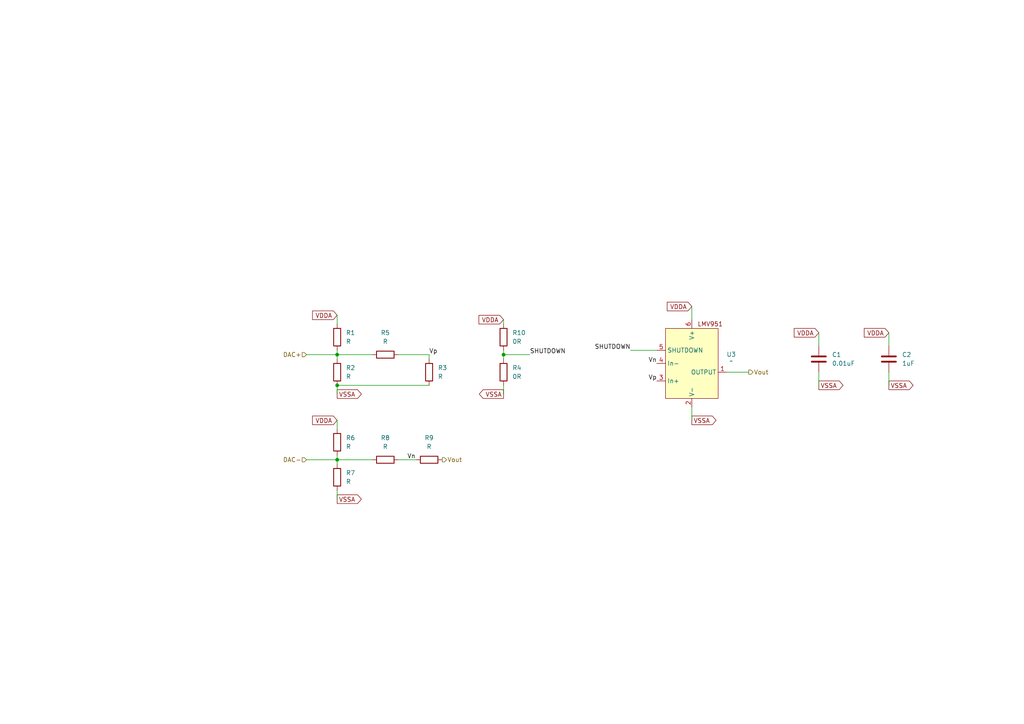
<source format=kicad_sch>
(kicad_sch (version 20250114) (generator "eeschema") (generator_version "9.0")
  (paper "A4")
  (lib_symbols
    (symbol "Device:C" (pin_numbers (hide yes)) (pin_names (offset 0.254))
      (property "Reference" "C" (at 0.635 2.54 0))
      (property "Value" "C" (at 0.635 -2.54 0))
      (symbol "C_0_1"
        (polyline (pts (xy -2.032 0.762) (xy 2.032 0.762)) (stroke (width 0.508)))
        (polyline (pts (xy -2.032 -0.762) (xy 2.032 -0.762)) (stroke (width 0.508)))
      )
      (symbol "C_1_1"
        (pin passive line (at 0 3.81 270) (length 2.794) (name "~") (number "1"))
        (pin passive line (at 0 -3.81 90) (length 2.794) (name "~") (number "2"))
      )
    )
    (symbol "Device:R" (pin_numbers (hide yes)) (pin_names (offset 0))
      (property "Reference" "R" (at 2.032 0 90))
      (property "Value" "R" (at 0 0 90))
      (symbol "R_0_1"
        (rectangle (start -1.016 -2.54) (end 1.016 2.54) (stroke (width 0.254)))
      )
      (symbol "R_1_1"
        (pin passive line (at 0 3.81 270) (length 1.27) (name "~") (number "1"))
        (pin passive line (at 0 -3.81 90) (length 1.27) (name "~") (number "2"))
      )
    )
    (symbol "dac:LMV951"
      (property "Reference" "U" (at -5.334 13.97 0))
      (symbol "LMV951_1_1"
        (rectangle (start -6.35 12.7) (end 8.89 -7.62) (fill (type background)))
        (text "LMV951" (at 6.604 13.97 0) (effects (font (size 1.27 1.27))))
        (pin input line (at -8.89 6.35 0) (length 2.54) (name "SHUTDOWN") (number "5"))
        (pin input line (at -8.89 2.54 0) (length 2.54) (name "In-") (number "4"))
        (pin input line (at -8.89 -2.54 0) (length 2.54) (name "In+") (number "3"))
        (pin power_in line (at 1.27 15.24 270) (length 2.54) (name "V+") (number "6"))
        (pin power_out line (at 1.27 -10.16 90) (length 2.54) (name "V-") (number "2"))
        (pin output line (at 11.43 0 180) (length 2.54) (name "OUTPUT") (number "1"))
      )
    )
  )
  (junction (at 97.79 111.76))
  (junction (at 97.79 133.35))
  (junction (at 97.79 102.87))
  (junction (at 146.05 102.87))
  (wire (pts (xy 115.57 102.87) (xy 124.46 102.87)))
  (wire (pts (xy 88.9 133.35) (xy 97.79 133.35)))
  (wire (pts (xy 146.05 102.87) (xy 146.05 104.14)))
  (wire (pts (xy 190.5 101.6) (xy 182.88 101.6)))
  (wire (pts (xy 146.05 102.87) (xy 153.67 102.87)))
  (wire (pts (xy 200.66 118.11) (xy 200.66 121.92)))
  (wire (pts (xy 97.79 102.87) (xy 107.95 102.87)))
  (wire (pts (xy 115.57 133.35) (xy 120.65 133.35)))
  (wire (pts (xy 257.81 96.52) (xy 257.81 100.33)))
  (wire (pts (xy 97.79 121.92) (xy 97.79 124.46)))
  (wire (pts (xy 88.9 102.87) (xy 97.79 102.87)))
  (wire (pts (xy 146.05 92.71) (xy 146.05 93.98)))
  (wire (pts (xy 97.79 101.6) (xy 97.79 102.87)))
  (wire (pts (xy 257.81 107.95) (xy 257.81 111.76)))
  (wire (pts (xy 97.79 133.35) (xy 97.79 134.62)))
  (wire (pts (xy 237.49 107.95) (xy 237.49 111.76)))
  (wire (pts (xy 97.79 133.35) (xy 107.95 133.35)))
  (wire (pts (xy 200.66 88.9) (xy 200.66 92.71)))
  (wire (pts (xy 124.46 111.76) (xy 97.79 111.76)))
  (wire (pts (xy 97.79 111.76) (xy 97.79 114.3)))
  (wire (pts (xy 146.05 111.76) (xy 146.05 114.3)))
  (wire (pts (xy 124.46 102.87) (xy 124.46 104.14)))
  (wire (pts (xy 210.82 107.95) (xy 217.17 107.95)))
  (wire (pts (xy 97.79 142.24) (xy 97.79 144.78)))
  (wire (pts (xy 97.79 102.87) (xy 97.79 104.14)))
  (wire (pts (xy 146.05 101.6) (xy 146.05 102.87)))
  (wire (pts (xy 97.79 132.08) (xy 97.79 133.35)))
  (wire (pts (xy 237.49 96.52) (xy 237.49 100.33)))
  (wire (pts (xy 97.79 91.44) (xy 97.79 93.98)))
  (label "Vn" (at 190.5 105.41 180))
  (label "Vp" (at 124.46 102.87 0))
  (label "SHUTDOWN" (at 153.67 102.87 0))
  (label "Vn" (at 118.11 133.35 0))
  (label "SHUTDOWN" (at 182.88 101.6 180))
  (label "Vp" (at 190.5 110.49 180))
  (global_label "VSSA" (shape output) (at 146.05 114.3 180) (property "Intersheetrefs" "${INTERSHEET_REFS}" (effects (hide yes))))
  (global_label "VSSA" (shape output) (at 237.49 111.76 0) (property "Intersheetrefs" "${INTERSHEET_REFS}" (effects (hide yes))))
  (global_label "VSSA" (shape output) (at 200.66 121.92 0) (property "Intersheetrefs" "${INTERSHEET_REFS}" (effects (hide yes))))
  (global_label "VSSA" (shape output) (at 257.81 111.76 0) (property "Intersheetrefs" "${INTERSHEET_REFS}" (effects (hide yes))))
  (global_label "VDDA" (shape input) (at 200.66 88.9 180) (property "Intersheetrefs" "${INTERSHEET_REFS}" (effects (hide yes))))
  (global_label "VSSA" (shape output) (at 97.79 114.3 0) (property "Intersheetrefs" "${INTERSHEET_REFS}" (effects (hide yes))))
  (global_label "VSSA" (shape output) (at 97.79 144.78 0) (property "Intersheetrefs" "${INTERSHEET_REFS}" (effects (hide yes))))
  (global_label "VDDA" (shape input) (at 97.79 121.92 180) (property "Intersheetrefs" "${INTERSHEET_REFS}" (effects (hide yes))))
  (global_label "VDDA" (shape input) (at 237.49 96.52 180) (property "Intersheetrefs" "${INTERSHEET_REFS}" (effects (hide yes))))
  (global_label "VDDA" (shape input) (at 146.05 92.71 180) (property "Intersheetrefs" "${INTERSHEET_REFS}" (effects (hide yes))))
  (global_label "VDDA" (shape input) (at 257.81 96.52 180) (property "Intersheetrefs" "${INTERSHEET_REFS}" (effects (hide yes))))
  (global_label "VDDA" (shape input) (at 97.79 91.44 180) (property "Intersheetrefs" "${INTERSHEET_REFS}" (effects (hide yes))))
  (hierarchical_label "Vout" (shape output) (at 128.27 133.35 0))
  (hierarchical_label "DAC+" (shape input) (at 88.9 102.87 180))
  (hierarchical_label "Vout" (shape output) (at 217.17 107.95 0))
  (hierarchical_label "DAC-" (shape input) (at 88.9 133.35 180))
  (symbol (lib_id "Device:R") (at 97.79 138.43 0) (unit 1)
    (property "Reference" "R7" (at 100.33 137.1599 0) (effects (justify left)))
    (property "Value" "R" (at 100.33 139.6999 0) (effects (justify left)))
    (property "Footprint" "Resistor_SMD:R_0201_0603Metric" (effects (hide yes)))
    (property "Description" "Resistor" (effects (hide yes)))
  )
  (symbol (lib_id "Device:R") (at 111.76 102.87 90) (unit 1)
    (property "Reference" "R5" (at 111.76 96.52 90))
    (property "Value" "R" (at 111.76 99.06 90))
    (property "Footprint" "Resistor_SMD:R_0201_0603Metric" (effects (hide yes)))
    (property "Description" "Resistor" (effects (hide yes)))
  )
  (symbol (lib_id "dac:LMV951") (at 199.39 107.95 0) (unit 1)
    (property "Reference" "U3" (at 212.09 102.7998 0))
    (property "Value" "~" (at 212.09 104.7049 0))
    (property "Footprint" "Package_TO_SOT_SMD:TSOT-23-6" (effects (hide yes)))
  )
  (symbol (lib_id "Device:R") (at 124.46 133.35 90) (unit 1)
    (property "Reference" "R9" (at 124.46 127 90))
    (property "Value" "R" (at 124.46 129.54 90))
    (property "Footprint" "Resistor_SMD:R_0201_0603Metric" (effects (hide yes)))
    (property "Description" "Resistor" (effects (hide yes)))
  )
  (symbol (lib_id "Device:R") (at 97.79 107.95 0) (unit 1)
    (property "Reference" "R2" (at 100.33 106.6799 0) (effects (justify left)))
    (property "Value" "R" (at 100.33 109.2199 0) (effects (justify left)))
    (property "Footprint" "Resistor_SMD:R_0201_0603Metric" (effects (hide yes)))
    (property "Description" "Resistor" (effects (hide yes)))
  )
  (symbol (lib_id "Device:R") (at 97.79 97.79 0) (unit 1)
    (property "Reference" "R1" (at 100.33 96.5199 0) (effects (justify left)))
    (property "Value" "R" (at 100.33 99.0599 0) (effects (justify left)))
    (property "Footprint" "Resistor_SMD:R_0201_0603Metric" (effects (hide yes)))
    (property "Description" "Resistor" (effects (hide yes)))
  )
  (symbol (lib_id "Device:C") (at 257.81 104.14 0) (unit 1)
    (property "Reference" "C2" (at 261.62 102.8699 0) (effects (justify left)))
    (property "Value" "1uF" (at 261.62 105.4099 0) (effects (justify left)))
    (property "Description" "Unpolarized capacitor" (effects (hide yes)))
  )
  (symbol (lib_id "Device:R") (at 146.05 97.79 0) (unit 1)
    (property "Reference" "R10" (at 148.59 96.5199 0) (effects (justify left)))
    (property "Value" "0R" (at 148.59 99.0599 0) (effects (justify left)))
    (property "Footprint" "Resistor_SMD:R_0201_0603Metric" (effects (hide yes)))
    (property "Description" "Resistor" (effects (hide yes)))
  )
  (symbol (lib_id "Device:R") (at 124.46 107.95 0) (unit 1)
    (property "Reference" "R3" (at 127 106.6799 0) (effects (justify left)))
    (property "Value" "R" (at 127 109.2199 0) (effects (justify left)))
    (property "Footprint" "Resistor_SMD:R_0201_0603Metric" (effects (hide yes)))
    (property "Description" "Resistor" (effects (hide yes)))
  )
  (symbol (lib_id "Device:C") (at 237.49 104.14 0) (unit 1)
    (property "Reference" "C1" (at 241.3 102.8699 0) (effects (justify left)))
    (property "Value" "0.01uF" (at 241.3 105.4099 0) (effects (justify left)))
    (property "Description" "Unpolarized capacitor" (effects (hide yes)))
  )
  (symbol (lib_id "Device:R") (at 97.79 128.27 0) (unit 1)
    (property "Reference" "R6" (at 100.33 126.9999 0) (effects (justify left)))
    (property "Value" "R" (at 100.33 129.5399 0) (effects (justify left)))
    (property "Footprint" "Resistor_SMD:R_0201_0603Metric" (effects (hide yes)))
    (property "Description" "Resistor" (effects (hide yes)))
  )
  (symbol (lib_id "Device:R") (at 146.05 107.95 0) (unit 1)
    (property "Reference" "R4" (at 148.59 106.6799 0) (effects (justify left)))
    (property "Value" "0R" (at 148.59 109.2199 0) (effects (justify left)))
    (property "Footprint" "Resistor_SMD:R_0201_0603Metric" (effects (hide yes)))
    (property "Description" "Resistor" (effects (hide yes)))
  )
  (symbol (lib_id "Device:R") (at 111.76 133.35 90) (unit 1)
    (property "Reference" "R8" (at 111.76 127 90))
    (property "Value" "R" (at 111.76 129.54 90))
    (property "Footprint" "Resistor_SMD:R_0201_0603Metric" (effects (hide yes)))
    (property "Description" "Resistor" (effects (hide yes)))
  )
)
</source>
